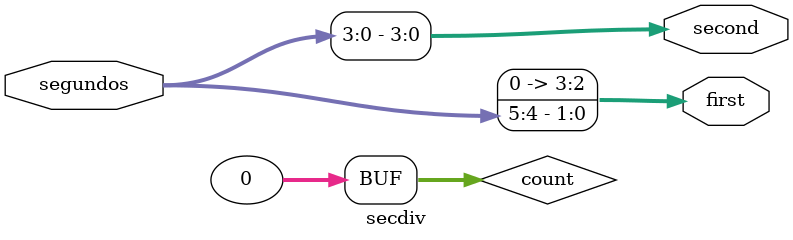
<source format=sv>
module secdiv (
input [5:0] segundos,
output [3:0] first,
output [3:0] second
);

integer count = 0;
assign first[0] = segundos[4];
assign first[1] = segundos[5];
assign first[2] = 0;
assign first[3] = 0;
assign second[0] = segundos[0];
assign second[1] = segundos[1];
assign second[2] = segundos[2];
assign second[3] = segundos[3];
endmodule

</source>
